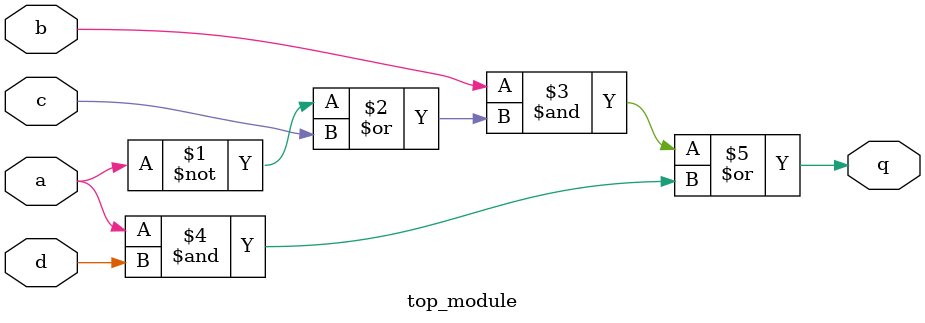
<source format=sv>
module top_module (
    input a, 
    input b, 
    input c, 
    input d,
    output q
);

assign q = (b & (~a | c)) | (a & d);

endmodule

</source>
